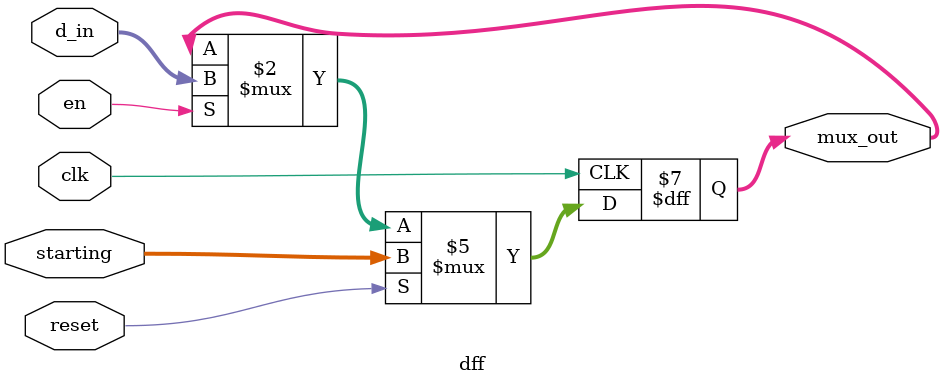
<source format=v>
module dff(
    input clk,
    input en,
    input wire [15:0] d_in,
    input [15:0] starting,
    input reset,

    output reg [15:0] mux_out

);
    always @(posedge clk) begin
        if (reset) begin
            mux_out <= starting;
        end
        else if(en) begin
            mux_out <= d_in;
        end
    end
endmodule
</source>
